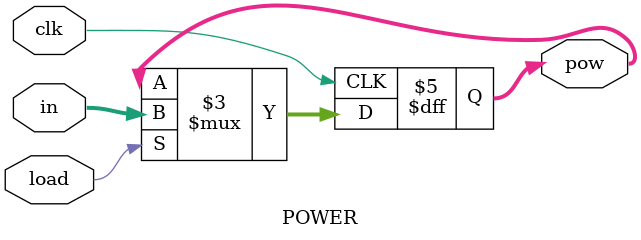
<source format=v>
module POWER(
    input clk,
    input [15:0]in,
    input load,
    output reg [15:0] pow
);
always @(posedge clk) begin
    if (load == 1)
        pow <= in;
end
endmodule

</source>
